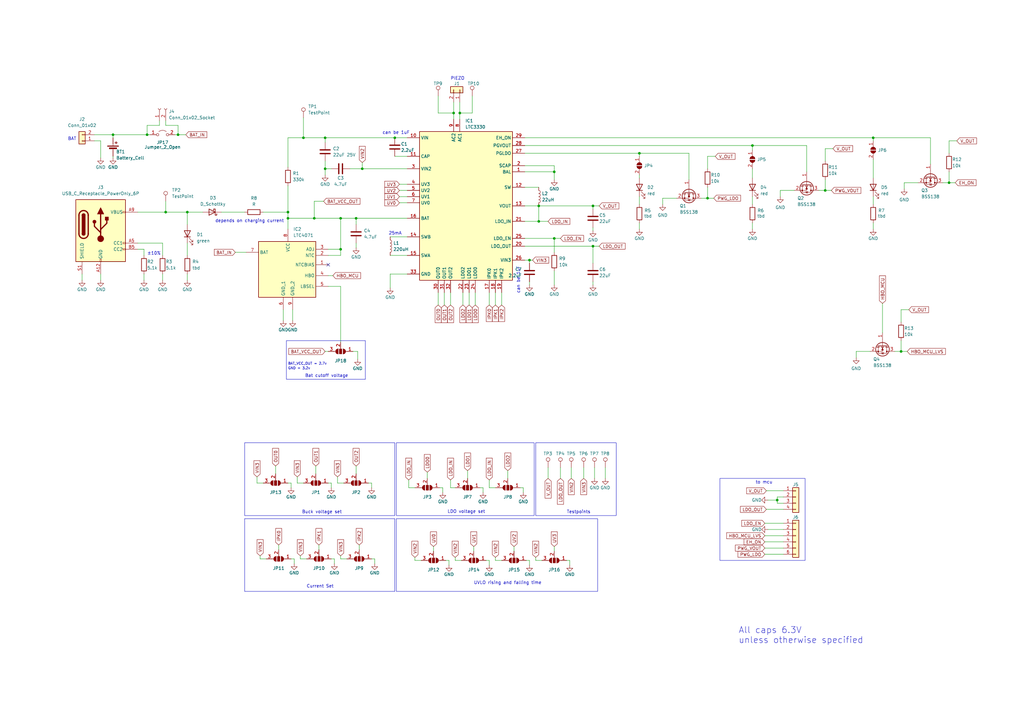
<source format=kicad_sch>
(kicad_sch (version 20230121) (generator eeschema)
  (paper "A3")
  (junction (at 46.355 55.245))
  (junction (at 148.59 69.215))
  (junction (at 389.255 74.93))
  (junction (at 139.7 89.535))
  (junction (at 308.61 59.69))
  (junction (at 358.14 56.515))
  (junction (at 128.905 89.535))
  (junction (at 227.33 97.79))
  (junction (at 73.025 55.245))
  (junction (at 118.11 86.995))
  (junction (at 118.11 89.535))
  (junction (at 262.255 62.865))
  (junction (at 133.35 69.215))
  (junction (at 60.325 55.245))
  (junction (at 243.205 84.455))
  (junction (at 318.77 205.105))
  (junction (at 220.98 90.805))
  (junction (at 243.205 100.965))
  (junction (at 67.945 86.995))
  (junction (at 369.57 144.145))
  (junction (at 290.195 81.28))
  (junction (at 139.7 102.235))
  (junction (at 220.98 84.455))
  (junction (at 133.35 56.515))
  (junction (at 188.595 46.355))
  (junction (at 161.925 56.515))
  (junction (at 338.455 78.105))
  (junction (at 186.055 46.355))
  (junction (at 76.835 86.995))
  (junction (at 217.17 106.68))
  (junction (at 146.05 89.535))
  (junction (at 227.33 70.485))
  (junction (at 124.46 56.515))
  (no_connect (at 134.62 108.585))
  (wire (pts (xy 109.22 229.235) (xy 106.68 229.235)))
  (wire (pts (xy 151.13 198.12) (xy 152.4 198.12)))
  (wire (pts (xy 179.705 39.37) (xy 179.705 46.355)))
  (wire (pts (xy 96.52 103.505) (xy 100.965 103.505)))
  (wire (pts (xy 314.325 201.295) (xy 321.31 201.295)))
  (wire (pts (xy 123.19 227.965) (xy 123.19 229.235)))
  (wire (pts (xy 46.355 55.245) (xy 60.325 55.245)))
  (wire (pts (xy 76.835 86.995) (xy 83.185 86.995)))
  (wire (pts (xy 262.255 91.44) (xy 262.255 93.98)))
  (wire (pts (xy 172.72 229.87) (xy 170.18 229.87)))
  (wire (pts (xy 215.265 62.865) (xy 262.255 62.865)))
  (wire (pts (xy 358.14 91.44) (xy 358.14 93.98)))
  (wire (pts (xy 179.705 46.355) (xy 186.055 46.355)))
  (wire (pts (xy 381.635 56.515) (xy 381.635 67.31)))
  (wire (pts (xy 248.285 191.77) (xy 248.285 196.215)))
  (wire (pts (xy 186.055 46.355) (xy 186.055 48.895)))
  (wire (pts (xy 167.64 196.85) (xy 167.64 200.025)))
  (wire (pts (xy 215.265 90.805) (xy 220.98 90.805)))
  (wire (pts (xy 179.705 125.095) (xy 179.705 120.015)))
  (wire (pts (xy 146.05 92.075) (xy 146.05 89.535)))
  (wire (pts (xy 335.915 78.105) (xy 338.455 78.105)))
  (wire (pts (xy 137.16 229.235) (xy 137.16 231.14)))
  (wire (pts (xy 287.655 81.28) (xy 290.195 81.28)))
  (wire (pts (xy 59.055 102.235) (xy 59.055 104.775)))
  (wire (pts (xy 239.395 191.77) (xy 239.395 196.215)))
  (wire (pts (xy 134.62 104.775) (xy 139.7 104.775)))
  (wire (pts (xy 191.77 193.04) (xy 191.77 196.215)))
  (wire (pts (xy 76.2 55.245) (xy 73.025 55.245)))
  (wire (pts (xy 290.195 81.28) (xy 290.195 76.835)))
  (wire (pts (xy 144.78 144.145) (xy 146.685 144.145)))
  (wire (pts (xy 210.82 224.155) (xy 210.82 226.06)))
  (wire (pts (xy 66.675 112.395) (xy 66.675 114.935)))
  (wire (pts (xy 227.33 67.945) (xy 215.265 67.945)))
  (wire (pts (xy 229.87 97.79) (xy 227.33 97.79)))
  (wire (pts (xy 60.325 55.245) (xy 61.595 55.245)))
  (wire (pts (xy 314.96 217.17) (xy 321.31 217.17)))
  (wire (pts (xy 213.36 200.025) (xy 214.63 200.025)))
  (wire (pts (xy 243.205 116.84) (xy 243.205 115.57)))
  (wire (pts (xy 119.38 198.12) (xy 119.38 200.025)))
  (wire (pts (xy 290.195 64.135) (xy 290.195 69.215)))
  (wire (pts (xy 128.905 89.535) (xy 139.7 89.535)))
  (wire (pts (xy 129.54 191.135) (xy 129.54 194.31)))
  (wire (pts (xy 133.35 58.42) (xy 133.35 56.515)))
  (wire (pts (xy 186.69 228.6) (xy 186.69 229.87)))
  (wire (pts (xy 188.595 46.355) (xy 188.595 48.895)))
  (wire (pts (xy 214.63 200.025) (xy 214.63 201.93)))
  (wire (pts (xy 369.57 144.145) (xy 372.11 144.145)))
  (wire (pts (xy 107.95 86.995) (xy 118.11 86.995)))
  (wire (pts (xy 133.35 69.215) (xy 135.89 69.215)))
  (wire (pts (xy 217.17 106.68) (xy 215.265 106.68)))
  (wire (pts (xy 118.11 56.515) (xy 124.46 56.515)))
  (wire (pts (xy 38.735 55.245) (xy 46.355 55.245)))
  (wire (pts (xy 175.26 193.675) (xy 175.26 196.215)))
  (wire (pts (xy 116.205 127) (xy 116.205 131.445)))
  (wire (pts (xy 67.945 82.55) (xy 67.945 86.995)))
  (wire (pts (xy 170.18 228.6) (xy 170.18 229.87)))
  (wire (pts (xy 193.675 39.37) (xy 193.675 46.355)))
  (wire (pts (xy 330.835 59.69) (xy 330.835 70.485)))
  (wire (pts (xy 186.69 200.025) (xy 184.785 200.025)))
  (wire (pts (xy 224.79 191.77) (xy 224.79 196.215)))
  (wire (pts (xy 370.84 74.93) (xy 376.555 74.93)))
  (wire (pts (xy 389.255 74.93) (xy 391.795 74.93)))
  (wire (pts (xy 125.73 229.235) (xy 123.19 229.235)))
  (wire (pts (xy 138.43 195.58) (xy 138.43 198.12)))
  (wire (pts (xy 271.78 81.28) (xy 277.495 81.28)))
  (wire (pts (xy 139.7 89.535) (xy 146.05 89.535)))
  (wire (pts (xy 41.275 57.785) (xy 41.275 64.77)))
  (wire (pts (xy 234.315 191.77) (xy 234.315 196.215)))
  (wire (pts (xy 341.63 60.96) (xy 338.455 60.96)))
  (wire (pts (xy 118.11 76.2) (xy 118.11 86.995)))
  (wire (pts (xy 124.46 56.515) (xy 133.35 56.515)))
  (wire (pts (xy 135.89 229.235) (xy 137.16 229.235)))
  (wire (pts (xy 208.28 193.04) (xy 208.28 196.215)))
  (wire (pts (xy 153.67 229.235) (xy 153.67 231.14)))
  (wire (pts (xy 389.255 74.93) (xy 389.255 70.485)))
  (wire (pts (xy 232.41 229.87) (xy 233.68 229.87)))
  (wire (pts (xy 358.14 56.515) (xy 358.14 57.785)))
  (wire (pts (xy 367.03 144.145) (xy 369.57 144.145)))
  (wire (pts (xy 198.12 200.025) (xy 198.12 201.93)))
  (wire (pts (xy 46.355 56.515) (xy 46.355 55.245)))
  (wire (pts (xy 313.69 227.33) (xy 321.31 227.33)))
  (wire (pts (xy 113.03 191.135) (xy 113.03 194.31)))
  (wire (pts (xy 318.77 205.105) (xy 318.77 206.375)))
  (wire (pts (xy 282.575 62.865) (xy 282.575 73.66)))
  (wire (pts (xy 243.84 191.77) (xy 243.84 196.215)))
  (wire (pts (xy 181.61 200.025) (xy 181.61 201.93)))
  (wire (pts (xy 308.61 61.595) (xy 308.61 59.69)))
  (wire (pts (xy 139.7 89.535) (xy 139.7 102.235)))
  (wire (pts (xy 118.11 89.535) (xy 128.905 89.535)))
  (wire (pts (xy 118.11 86.995) (xy 118.11 89.535)))
  (wire (pts (xy 262.255 62.865) (xy 282.575 62.865)))
  (wire (pts (xy 184.785 196.85) (xy 184.785 200.025)))
  (wire (pts (xy 160.02 112.395) (xy 160.02 118.11)))
  (wire (pts (xy 67.945 51.435) (xy 73.025 51.435)))
  (wire (pts (xy 313.69 214.63) (xy 321.31 214.63)))
  (wire (pts (xy 120.015 131.445) (xy 120.015 127)))
  (wire (pts (xy 160.02 104.775) (xy 167.005 104.775)))
  (wire (pts (xy 76.835 99.695) (xy 76.835 104.775)))
  (wire (pts (xy 139.7 227.965) (xy 139.7 229.235)))
  (wire (pts (xy 338.455 78.105) (xy 340.995 78.105)))
  (wire (pts (xy 262.255 80.645) (xy 262.255 83.82)))
  (wire (pts (xy 67.945 86.995) (xy 76.835 86.995)))
  (wire (pts (xy 133.35 144.145) (xy 134.62 144.145)))
  (wire (pts (xy 243.205 84.455) (xy 243.205 85.725)))
  (wire (pts (xy 200.66 120.015) (xy 200.66 125.095)))
  (wire (pts (xy 146.685 144.145) (xy 146.685 147.32)))
  (wire (pts (xy 227.33 97.79) (xy 227.33 103.505)))
  (wire (pts (xy 318.77 203.835) (xy 318.77 205.105)))
  (wire (pts (xy 76.835 112.395) (xy 76.835 114.935)))
  (wire (pts (xy 133.35 56.515) (xy 161.925 56.515)))
  (wire (pts (xy 194.31 224.155) (xy 194.31 226.06)))
  (wire (pts (xy 139.7 104.775) (xy 139.7 102.235)))
  (wire (pts (xy 233.68 229.87) (xy 233.68 231.775)))
  (wire (pts (xy 215.265 56.515) (xy 358.14 56.515)))
  (wire (pts (xy 133.35 69.215) (xy 133.35 71.755)))
  (wire (pts (xy 218.44 106.68) (xy 217.17 106.68)))
  (wire (pts (xy 200.66 196.85) (xy 200.66 200.025)))
  (wire (pts (xy 161.925 56.515) (xy 167.005 56.515)))
  (wire (pts (xy 163.83 75.565) (xy 167.005 75.565)))
  (wire (pts (xy 136.525 113.03) (xy 134.62 113.03)))
  (wire (pts (xy 321.31 203.835) (xy 318.77 203.835)))
  (wire (pts (xy 351.155 144.145) (xy 351.155 146.685)))
  (wire (pts (xy 133.35 66.04) (xy 133.35 69.215)))
  (wire (pts (xy 313.69 222.25) (xy 321.31 222.25)))
  (wire (pts (xy 222.25 229.87) (xy 219.71 229.87)))
  (wire (pts (xy 308.61 69.215) (xy 308.61 73.025)))
  (wire (pts (xy 132.715 82.55) (xy 128.905 82.55)))
  (wire (pts (xy 180.34 200.025) (xy 181.61 200.025)))
  (wire (pts (xy 33.655 112.395) (xy 33.655 114.935)))
  (wire (pts (xy 215.265 59.69) (xy 308.61 59.69)))
  (wire (pts (xy 146.05 191.135) (xy 146.05 194.31)))
  (wire (pts (xy 189.23 229.87) (xy 186.69 229.87)))
  (wire (pts (xy 386.715 74.93) (xy 389.255 74.93)))
  (wire (pts (xy 358.14 56.515) (xy 381.635 56.515)))
  (wire (pts (xy 314.325 208.915) (xy 321.31 208.915)))
  (wire (pts (xy 76.835 86.995) (xy 76.835 92.075)))
  (wire (pts (xy 318.77 206.375) (xy 321.31 206.375)))
  (wire (pts (xy 351.155 144.145) (xy 356.87 144.145)))
  (wire (pts (xy 65.405 51.435) (xy 60.325 51.435)))
  (wire (pts (xy 163.83 78.105) (xy 167.005 78.105)))
  (wire (pts (xy 217.17 229.87) (xy 217.17 231.775)))
  (wire (pts (xy 243.205 84.455) (xy 245.745 84.455)))
  (wire (pts (xy 243.205 100.965) (xy 245.745 100.965)))
  (wire (pts (xy 313.69 219.71) (xy 321.31 219.71)))
  (wire (pts (xy 369.57 127) (xy 369.57 132.08)))
  (wire (pts (xy 320.04 78.105) (xy 320.04 80.645)))
  (wire (pts (xy 262.255 62.865) (xy 262.255 64.135)))
  (wire (pts (xy 56.515 86.995) (xy 67.945 86.995)))
  (wire (pts (xy 227.33 67.945) (xy 227.33 70.485)))
  (wire (pts (xy 358.14 65.405) (xy 358.14 73.025)))
  (wire (pts (xy 217.17 106.68) (xy 217.17 107.95)))
  (wire (pts (xy 203.2 120.015) (xy 203.2 125.095)))
  (wire (pts (xy 229.87 191.77) (xy 229.87 196.215)))
  (wire (pts (xy 227.33 97.79) (xy 215.265 97.79)))
  (wire (pts (xy 369.57 127) (xy 372.745 127)))
  (wire (pts (xy 140.97 198.12) (xy 138.43 198.12)))
  (wire (pts (xy 135.89 198.12) (xy 135.89 200.025)))
  (wire (pts (xy 119.38 229.235) (xy 120.65 229.235)))
  (wire (pts (xy 142.24 229.235) (xy 139.7 229.235)))
  (wire (pts (xy 38.735 57.785) (xy 41.275 57.785)))
  (wire (pts (xy 199.39 229.87) (xy 200.66 229.87)))
  (wire (pts (xy 314.96 205.105) (xy 318.77 205.105)))
  (wire (pts (xy 227.33 111.125) (xy 227.33 116.84)))
  (wire (pts (xy 167.005 112.395) (xy 160.02 112.395)))
  (wire (pts (xy 152.4 229.235) (xy 153.67 229.235)))
  (wire (pts (xy 262.255 71.755) (xy 262.255 73.025)))
  (wire (pts (xy 59.055 112.395) (xy 59.055 114.935)))
  (wire (pts (xy 143.51 69.215) (xy 148.59 69.215)))
  (wire (pts (xy 205.74 120.015) (xy 205.74 125.095)))
  (wire (pts (xy 227.33 224.155) (xy 227.33 226.06)))
  (wire (pts (xy 152.4 198.12) (xy 152.4 200.025)))
  (wire (pts (xy 66.675 99.695) (xy 66.675 104.775)))
  (wire (pts (xy 196.85 200.025) (xy 198.12 200.025)))
  (wire (pts (xy 215.265 100.965) (xy 243.205 100.965)))
  (wire (pts (xy 370.84 74.93) (xy 370.84 77.47)))
  (wire (pts (xy 56.515 102.235) (xy 59.055 102.235)))
  (wire (pts (xy 320.04 78.105) (xy 325.755 78.105)))
  (wire (pts (xy 71.755 55.245) (xy 73.025 55.245)))
  (wire (pts (xy 293.37 64.135) (xy 290.195 64.135)))
  (wire (pts (xy 130.81 223.52) (xy 130.81 225.425)))
  (wire (pts (xy 290.195 81.28) (xy 292.735 81.28)))
  (wire (pts (xy 65.405 49.53) (xy 65.405 51.435)))
  (wire (pts (xy 392.43 57.785) (xy 389.255 57.785)))
  (wire (pts (xy 227.33 70.485) (xy 227.33 73.66)))
  (wire (pts (xy 177.8 224.155) (xy 177.8 226.06)))
  (wire (pts (xy 220.98 90.805) (xy 224.79 90.805)))
  (wire (pts (xy 118.11 198.12) (xy 119.38 198.12)))
  (wire (pts (xy 219.71 228.6) (xy 219.71 229.87)))
  (wire (pts (xy 120.65 229.235) (xy 120.65 231.14)))
  (wire (pts (xy 121.92 195.58) (xy 121.92 198.12)))
  (wire (pts (xy 128.905 82.55) (xy 128.905 89.535)))
  (wire (pts (xy 200.66 229.87) (xy 200.66 231.775)))
  (wire (pts (xy 189.865 125.095) (xy 189.865 120.015)))
  (wire (pts (xy 338.455 78.105) (xy 338.455 73.66)))
  (wire (pts (xy 243.205 93.345) (xy 243.205 94.615)))
  (wire (pts (xy 389.255 57.785) (xy 389.255 62.865)))
  (wire (pts (xy 124.46 198.12) (xy 121.92 198.12)))
  (wire (pts (xy 139.7 117.475) (xy 139.7 140.335)))
  (wire (pts (xy 308.61 80.645) (xy 308.61 83.82)))
  (wire (pts (xy 161.925 64.135) (xy 167.005 64.135)))
  (wire (pts (xy 118.11 68.58) (xy 118.11 56.515)))
  (wire (pts (xy 220.98 84.455) (xy 215.265 84.455)))
  (wire (pts (xy 215.265 70.485) (xy 227.33 70.485)))
  (wire (pts (xy 193.675 46.355) (xy 188.595 46.355)))
  (wire (pts (xy 105.41 195.58) (xy 105.41 198.12)))
  (wire (pts (xy 124.46 48.26) (xy 124.46 56.515)))
  (wire (pts (xy 203.2 228.6) (xy 203.2 229.87)))
  (wire (pts (xy 160.02 97.155) (xy 167.005 97.155)))
  (wire (pts (xy 203.2 200.025) (xy 200.66 200.025)))
  (wire (pts (xy 217.17 115.57) (xy 217.17 116.84)))
  (wire (pts (xy 215.9 229.87) (xy 217.17 229.87)))
  (wire (pts (xy 369.57 144.145) (xy 369.57 139.7)))
  (wire (pts (xy 192.405 125.095) (xy 192.405 120.015)))
  (wire (pts (xy 56.515 99.695) (xy 66.675 99.695)))
  (wire (pts (xy 188.595 41.91) (xy 188.595 46.355)))
  (wire (pts (xy 41.275 112.395) (xy 41.275 114.935)))
  (wire (pts (xy 146.05 99.695) (xy 146.05 101.6)))
  (wire (pts (xy 148.59 69.215) (xy 167.005 69.215)))
  (wire (pts (xy 107.95 198.12) (xy 105.41 198.12)))
  (wire (pts (xy 170.18 200.025) (xy 167.64 200.025)))
  (wire (pts (xy 118.11 89.535) (xy 118.11 93.98)))
  (wire (pts (xy 313.69 224.79) (xy 321.31 224.79)))
  (wire (pts (xy 182.245 120.015) (xy 182.245 125.095)))
  (wire (pts (xy 139.7 117.475) (xy 134.62 117.475)))
  (wire (pts (xy 146.05 89.535) (xy 167.005 89.535)))
  (wire (pts (xy 220.98 84.455) (xy 243.205 84.455)))
  (wire (pts (xy 338.455 60.96) (xy 338.455 66.04)))
  (wire (pts (xy 134.62 198.12) (xy 135.89 198.12)))
  (wire (pts (xy 90.805 86.995) (xy 100.33 86.995)))
  (wire (pts (xy 148.59 66.675) (xy 148.59 69.215)))
  (wire (pts (xy 243.205 107.95) (xy 243.205 100.965)))
  (wire (pts (xy 46.355 64.135) (xy 46.355 64.77)))
  (wire (pts (xy 186.055 41.91) (xy 186.055 46.355)))
  (wire (pts (xy 67.945 49.53) (xy 67.945 51.435)))
  (wire (pts (xy 147.32 223.52) (xy 147.32 225.425)))
  (wire (pts (xy 163.83 80.645) (xy 167.005 80.645)))
  (wire (pts (xy 220.98 84.455) (xy 220.98 90.805)))
  (wire (pts (xy 73.025 51.435) (xy 73.025 55.245)))
  (wire (pts (xy 184.15 229.87) (xy 184.15 231.775)))
  (wire (pts (xy 271.78 81.28) (xy 271.78 83.82)))
  (wire (pts (xy 220.98 76.835) (xy 215.265 76.835)))
  (wire (pts (xy 114.3 223.52) (xy 114.3 225.425)))
  (wire (pts (xy 184.785 120.015) (xy 184.785 125.095)))
  (wire (pts (xy 134.62 102.235) (xy 139.7 102.235)))
  (wire (pts (xy 182.88 229.87) (xy 184.15 229.87)))
  (wire (pts (xy 358.14 80.645) (xy 358.14 83.82)))
  (wire (pts (xy 163.83 83.185) (xy 167.005 83.185)))
  (wire (pts (xy 194.945 125.095) (xy 194.945 120.015)))
  (wire (pts (xy 308.61 59.69) (xy 330.835 59.69)))
  (wire (pts (xy 60.325 51.435) (xy 60.325 55.245)))
  (wire (pts (xy 308.61 91.44) (xy 308.61 93.98)))
  (wire (pts (xy 361.95 124.46) (xy 361.95 136.525)))
  (wire (pts (xy 205.74 229.87) (xy 203.2 229.87)))
  (wire (pts (xy 106.68 227.965) (xy 106.68 229.235)))
  (rectangle (start 117.475 139.7) (end 149.86 155.575))
  (rectangle (start 100.33 181.61) (end 161.925 211.455))
  (rectangle (start 100.33 212.725) (end 161.925 242.57))
  (rectangle (start 162.56 212.725) (end 245.11 242.57))
  (rectangle (start 295.275 196.215) (end 330.2 229.87))
  (rectangle (start 162.56 181.61) (end 219.075 211.455))
  (rectangle (start 219.71 181.61) (end 252.73 211.455))
  (text "All caps 6.3V\nunless otherwise specified\n" (at 302.895 264.16 0) (effects (font (size 2.54 2.54)) (justify left bottom)))
  (text "±10%" (at 60.325 104.775 0) (effects (font (size 1.27 1.27)) (justify left bottom)))
  (text "LDO voltage set\n\n" (at 183.515 212.725 0) (effects (font (size 1.27 1.27)) (justify left bottom)))
  (text "Bat cutoff voltage\n" (at 125.095 154.94 0) (effects (font (size 1.27 1.27)) (justify left bottom)))
  (text "25mA\n" (at 159.385 96.52 0) (effects (font (size 1.27 1.27)) (justify left bottom)))
  (text "Buck voltage set\n" (at 123.825 210.82 0) (effects (font (size 1.27 1.27)) (justify left bottom)))
  (text "BAT" (at 27.813 57.785 0) (effects (font (size 1.27 1.27)) (justify left bottom)))
  (text "depends on charging current\n" (at 88.265 91.44 0) (effects (font (size 1.27 1.27)) (justify left bottom)))
  (text "GND = 3.2v" (at 118.11 151.765 0) (effects (font (size 1 1)) (justify left bottom)))
  (text "BAT_VCC_OUT = 2.7v\n" (at 118.11 149.86 0) (effects (font (size 1 1)) (justify left bottom)))
  (text "can be 1uF\n" (at 213.36 109.22 90) (effects (font (size 1.27 1.27)) (justify right bottom)))
  (text "to mcu\n\n" (at 309.88 200.66 0) (effects (font (size 1.27 1.27)) (justify left bottom)))
  (text "can be 1uF\n" (at 156.845 55.245 0) (effects (font (size 1.27 1.27)) (justify left bottom)))
  (text "Current Set\n" (at 125.73 241.3 0) (effects (font (size 1.27 1.27)) (justify left bottom)))
  (text "Testpoints\n" (at 232.41 210.82 0) (effects (font (size 1.27 1.27)) (justify left bottom)))
  (text "PIEZO\n" (at 184.785 33.02 0) (effects (font (size 1.27 1.27)) (justify left bottom)))
  (text "UVLO rising and falling time\n\n" (at 194.31 241.935 0) (effects (font (size 1.27 1.27)) (justify left bottom)))
  (global_label "LDO_IN" (shape input) (at 184.785 196.85 90) (property "Intersheetrefs" "${INTERSHEET_REFS}" (effects hide)))
  (global_label "VIN2" (shape input) (at 170.18 228.6 90) (property "Intersheetrefs" "${INTERSHEET_REFS}" (effects hide)))
  (global_label "HBO_MCU_LVS" (shape input) (at 372.11 144.145 0) (property "Intersheetrefs" "${INTERSHEET_REFS}" (effects hide)))
  (global_label "IPK0" (shape input) (at 114.3 223.52 90) (property "Intersheetrefs" "${INTERSHEET_REFS}" (effects hide)))
  (global_label "VIN2" (shape input) (at 148.59 66.675 90) (property "Intersheetrefs" "${INTERSHEET_REFS}" (effects hide)))
  (global_label "PWG_LDO" (shape input) (at 313.69 227.33 180) (property "Intersheetrefs" "${INTERSHEET_REFS}" (effects hide)))
  (global_label "VIN2" (shape input) (at 186.69 228.6 90) (property "Intersheetrefs" "${INTERSHEET_REFS}" (effects hide)))
  (global_label "UV2" (shape input) (at 163.83 78.105 180) (property "Intersheetrefs" "${INTERSHEET_REFS}" (effects hide)))
  (global_label "OUT2" (shape input) (at 146.05 191.135 90) (property "Intersheetrefs" "${INTERSHEET_REFS}" (effects hide)))
  (global_label "UV3" (shape input) (at 227.33 224.155 90) (property "Intersheetrefs" "${INTERSHEET_REFS}" (effects hide)))
  (global_label "VIN2" (shape input) (at 234.315 196.215 270) (property "Intersheetrefs" "${INTERSHEET_REFS}" (effects hide)))
  (global_label "BAT_VCC_OUT" (shape input) (at 132.715 82.55 0) (property "Intersheetrefs" "${INTERSHEET_REFS}" (effects hide)))
  (global_label "VIN3" (shape input) (at 239.395 196.215 270) (property "Intersheetrefs" "${INTERSHEET_REFS}" (effects hide)))
  (global_label "LDO0" (shape input) (at 194.945 125.095 270) (property "Intersheetrefs" "${INTERSHEET_REFS}" (effects hide)))
  (global_label "LDO_OUT" (shape input) (at 229.87 196.215 270) (property "Intersheetrefs" "${INTERSHEET_REFS}" (effects hide)))
  (global_label "UV0" (shape input) (at 163.83 83.185 180) (property "Intersheetrefs" "${INTERSHEET_REFS}" (effects hide)))
  (global_label "V_OUT" (shape input) (at 372.745 127 0) (property "Intersheetrefs" "${INTERSHEET_REFS}" (effects hide)))
  (global_label "UV3" (shape input) (at 163.83 75.565 180) (property "Intersheetrefs" "${INTERSHEET_REFS}" (effects hide)))
  (global_label "BAT_IN" (shape input) (at 96.52 103.505 180) (property "Intersheetrefs" "${INTERSHEET_REFS}" (effects hide)))
  (global_label "EH_ON" (shape input) (at 391.795 74.93 0) (property "Intersheetrefs" "${INTERSHEET_REFS}" (effects hide)))
  (global_label "VIN3" (shape input) (at 218.44 106.68 0) (property "Intersheetrefs" "${INTERSHEET_REFS}" (effects hide)))
  (global_label "VIN3" (shape input) (at 106.68 227.965 90) (property "Intersheetrefs" "${INTERSHEET_REFS}" (effects hide)))
  (global_label "IPK0" (shape input) (at 200.66 125.095 270) (property "Intersheetrefs" "${INTERSHEET_REFS}" (effects hide)))
  (global_label "LDO2" (shape input) (at 189.865 125.095 270) (property "Intersheetrefs" "${INTERSHEET_REFS}" (effects hide)))
  (global_label "LDO1" (shape input) (at 191.77 193.04 90) (property "Intersheetrefs" "${INTERSHEET_REFS}" (effects hide)))
  (global_label "V_OUT" (shape input) (at 392.43 57.785 0) (property "Intersheetrefs" "${INTERSHEET_REFS}" (effects hide)))
  (global_label "VIN3" (shape input) (at 139.7 227.965 90) (property "Intersheetrefs" "${INTERSHEET_REFS}" (effects hide)))
  (global_label "LDO_IN" (shape input) (at 200.66 196.85 90) (property "Intersheetrefs" "${INTERSHEET_REFS}" (effects hide)))
  (global_label "LDO_IN" (shape input) (at 224.79 90.805 0) (property "Intersheetrefs" "${INTERSHEET_REFS}" (effects hide)))
  (global_label "PWG_VOUT" (shape input) (at 340.995 78.105 0) (property "Intersheetrefs" "${INTERSHEET_REFS}" (effects hide)))
  (global_label "LDO_OUT" (shape input) (at 314.325 208.915 180) (property "Intersheetrefs" "${INTERSHEET_REFS}" (effects hide)))
  (global_label "EH_ON" (shape input) (at 313.69 222.25 180) (property "Intersheetrefs" "${INTERSHEET_REFS}" (effects hide)))
  (global_label "IPK1" (shape input) (at 203.2 125.095 270) (property "Intersheetrefs" "${INTERSHEET_REFS}" (effects hide)))
  (global_label "V_OUT" (shape input) (at 314.325 201.295 180) (property "Intersheetrefs" "${INTERSHEET_REFS}" (effects hide)))
  (global_label "UV2" (shape input) (at 210.82 224.155 90) (property "Intersheetrefs" "${INTERSHEET_REFS}" (effects hide)))
  (global_label "PWG_LDO" (shape input) (at 292.735 81.28 0) (property "Intersheetrefs" "${INTERSHEET_REFS}" (effects hide)))
  (global_label "OUT1" (shape input) (at 182.245 125.095 270) (property "Intersheetrefs" "${INTERSHEET_REFS}" (effects hide)))
  (global_label "VIN3" (shape input) (at 105.41 195.58 90) (property "Intersheetrefs" "${INTERSHEET_REFS}" (effects hide)))
  (global_label "BAT_VCC_OUT" (shape input) (at 133.35 144.145 180) (property "Intersheetrefs" "${INTERSHEET_REFS}" (effects hide)))
  (global_label "VIN3" (shape input) (at 121.92 195.58 90) (property "Intersheetrefs" "${INTERSHEET_REFS}" (effects hide)))
  (global_label "LDO_EN" (shape input) (at 313.69 214.63 180) (property "Intersheetrefs" "${INTERSHEET_REFS}" (effects hide)))
  (global_label "UV0" (shape input) (at 177.8 224.155 90) (property "Intersheetrefs" "${INTERSHEET_REFS}" (effects hide)))
  (global_label "LDO_OUT" (shape input) (at 245.745 100.965 0) (property "Intersheetrefs" "${INTERSHEET_REFS}" (effects hide)))
  (global_label "IPK2" (shape input) (at 147.32 223.52 90) (property "Intersheetrefs" "${INTERSHEET_REFS}" (effects hide)))
  (global_label "LDO0" (shape input) (at 175.26 193.675 90) (property "Intersheetrefs" "${INTERSHEET_REFS}" (effects hide)))
  (global_label "LDO_EN" (shape input) (at 229.87 97.79 0) (property "Intersheetrefs" "${INTERSHEET_REFS}" (effects hide)))
  (global_label "V_OUT" (shape input) (at 245.745 84.455 0) (property "Intersheetrefs" "${INTERSHEET_REFS}" (effects hide)))
  (global_label "VIN3" (shape input) (at 138.43 195.58 90) (property "Intersheetrefs" "${INTERSHEET_REFS}" (effects hide)))
  (global_label "HBO_MCU" (shape input) (at 136.525 113.03 0) (property "Intersheetrefs" "${INTERSHEET_REFS}" (effects hide)))
  (global_label "LDO1" (shape input) (at 192.405 125.095 270) (property "Intersheetrefs" "${INTERSHEET_REFS}" (effects hide)))
  (global_label "OUT1" (shape input) (at 129.54 191.135 90) (property "Intersheetrefs" "${INTERSHEET_REFS}" (effects hide)))
  (global_label "OUT0" (shape input) (at 113.03 191.135 90) (property "Intersheetrefs" "${INTERSHEET_REFS}" (effects hide)))
  (global_label "IPK1" (shape input) (at 130.81 223.52 90) (property "Intersheetrefs" "${INTERSHEET_REFS}" (effects hide)))
  (global_label "LDO2" (shape input) (at 208.28 193.04 90) (property "Intersheetrefs" "${INTERSHEET_REFS}" (effects hide)))
  (global_label "HBO_MCU_LVS" (shape input) (at 313.69 219.71 180) (property "Intersheetrefs" "${INTERSHEET_REFS}" (effects hide)))
  (global_label "V_OUT" (shape input) (at 341.63 60.96 0) (property "Intersheetrefs" "${INTERSHEET_REFS}" (effects hide)))
  (global_label "VIN3" (shape input) (at 123.19 227.965 90) (property "Intersheetrefs" "${INTERSHEET_REFS}" (effects hide)))
  (global_label "OUT2" (shape input) (at 184.785 125.095 270) (property "Intersheetrefs" "${INTERSHEET_REFS}" (effects hide)))
  (global_label "HBO_MCU" (shape input) (at 361.95 124.46 90) (property "Intersheetrefs" "${INTERSHEET_REFS}" (effects hide)))
  (global_label "BAT_IN" (shape input) (at 76.2 55.245 0) (property "Intersheetrefs" "${INTERSHEET_REFS}" (effects hide)))
  (global_label "V_OUT" (shape input) (at 224.79 196.215 270) (property "Intersheetrefs" "${INTERSHEET_REFS}" (effects hide)))
  (global_label "IPK2" (shape input) (at 205.74 125.095 270) (property "Intersheetrefs" "${INTERSHEET_REFS}" (effects hide)))
  (global_label "UV1" (shape input) (at 163.83 80.645 180) (property "Intersheetrefs" "${INTERSHEET_REFS}" (effects hide)))
  (global_label "PWG_VOUT" (shape input) (at 313.69 224.79 180) (property "Intersheetrefs" "${INTERSHEET_REFS}" (effects hide)))
  (global_label "V_OUT" (shape input) (at 293.37 64.135 0) (property "Intersheetrefs" "${INTERSHEET_REFS}" (effects hide)))
  (global_label "OUT0" (shape input) (at 179.705 125.095 270) (property "Intersheetrefs" "${INTERSHEET_REFS}" (effects hide)))
  (global_label "VIN2" (shape input) (at 203.2 228.6 90) (property "Intersheetrefs" "${INTERSHEET_REFS}" (effects hide)))
  (global_label "UV1" (shape input) (at 194.31 224.155 90) (property "Intersheetrefs" "${INTERSHEET_REFS}" (effects hide)))
  (global_label "LDO_IN" (shape input) (at 167.64 196.85 90) (property "Intersheetrefs" "${INTERSHEET_REFS}" (effects hide)))
  (global_label "VIN2" (shape input) (at 219.71 228.6 90) (property "Intersheetrefs" "${INTERSHEET_REFS}" (effects hide)))
  (symbol (lib_id "Jumper:SolderJumper_3_Open") (at 177.8 229.87 180) (unit 1)
    (property "Reference" "JP12" (at 177.8 233.68 0))
    (property "Value" "SolderJumper_3_Open" (effects hide))
    (property "Footprint" "Jumper:SolderJumper-3_P1.3mm_Open_RoundedPad1.0x1.5mm" (effects hide))
  )
  (symbol (lib_id "Connector:TestPoint") (at 193.675 39.37 0) (unit 1)
    (property "Reference" "TP10" (at 191.77 34.29 0) (effects (justify left)))
    (property "Value" "TestPoint" (effects hide))
    (property "Footprint" "testpoint_519x:Testpoint_519xTR" (effects hide))
  )
  (symbol (lib_id "power:GND") (at 314.96 205.105 270) (unit 1)
    (property "Reference" "#PWR029" (effects hide))
    (property "Value" "GND" (at 312.42 205.105 90) (effects (justify right)))
  )
  (symbol (lib_id "power:GND") (at 146.685 147.32 0) (unit 1)
    (property "Reference" "#PWR07" (effects hide))
    (property "Value" "GND" (at 146.685 151.13 0))
  )
  (symbol (lib_id "Device:C") (at 243.205 89.535 0) (unit 1)
    (property "Reference" "C5" (at 245.745 88.265 0) (effects (justify left)))
    (property "Value" "22uF" (at 245.745 90.805 0) (effects (justify left)))
    (property "Footprint" "Capacitor_SMD:C_0805_2012Metric_Pad1.18x1.45mm_HandSolder" (effects hide))
  )
  (symbol (lib_id "power:GND") (at 227.33 116.84 0) (unit 1)
    (property "Reference" "#PWR031" (effects hide))
    (property "Value" "GND" (at 227.33 120.65 0))
  )
  (symbol (lib_id "Device:C") (at 161.925 60.325 0) (unit 1)
    (property "Reference" "C1" (at 164.465 59.055 0) (effects (justify left)))
    (property "Value" "2.2uF" (at 164.465 61.595 0) (effects (justify left)))
    (property "Footprint" "Capacitor_SMD:C_0805_2012Metric_Pad1.18x1.45mm_HandSolder" (effects hide))
  )
  (symbol (lib_id "Connector:USB_C_Receptacle_PowerOnly_6P") (at 41.275 94.615 0) (unit 1)
    (property "Reference" "J3" (at 41.275 76.835 0))
    (property "Value" "USB_C_Receptacle_PowerOnly_6P" (at 41.275 79.375 0))
    (property "Footprint" "battery_clip:USB4125-GF-A-0190" (effects hide))
    (property "Datasheet" "https://www.usb.org/sites/default/files/documents/usb_type-c.zip" (effects hide))
  )
  (symbol (lib_id "power:GND") (at 233.68 231.775 0) (unit 1)
    (property "Reference" "#PWR024" (effects hide))
    (property "Value" "GND" (at 233.68 235.585 0))
  )
  (symbol (lib_id "power:GND") (at 135.89 200.025 0) (unit 1)
    (property "Reference" "#PWR023" (effects hide))
    (property "Value" "GND" (at 135.89 203.835 0))
  )
  (symbol (lib_id "power:GND") (at 119.38 200.025 0) (unit 1)
    (property "Reference" "#PWR021" (effects hide))
    (property "Value" "GND" (at 119.38 203.835 0))
  )
  (symbol (lib_id "Device:C") (at 243.205 111.76 0) (unit 1)
    (property "Reference" "C6" (at 245.745 110.49 0) (effects (justify left)))
    (property "Value" "22uF" (at 245.745 113.03 0) (effects (justify left)))
    (property "Footprint" "Capacitor_SMD:C_0805_2012Metric_Pad1.18x1.45mm_HandSolder" (effects hide))
  )
  (symbol (lib_id "Device:R") (at 227.33 107.315 0) (unit 1)
    (property "Reference" "R9" (at 229.235 106.045 0) (effects (justify left)))
    (property "Value" "10k" (at 229.235 108.585 0) (effects (justify left)))
    (property "Footprint" "Resistor_SMD:R_0805_2012Metric_Pad1.20x1.40mm_HandSolder" (effects hide))
  )
  (symbol (lib_id "power:GND") (at 314.96 217.17 270) (unit 1)
    (property "Reference" "#PWR035" (effects hide))
    (property "Value" "GND" (at 312.42 217.17 90) (effects (justify right)))
  )
  (symbol (lib_id "Jumper:SolderJumper_3_Open") (at 194.31 229.87 180) (unit 1)
    (property "Reference" "JP14" (at 194.31 233.68 0))
    (property "Value" "SolderJumper_3_Open" (effects hide))
    (property "Footprint" "Jumper:SolderJumper-3_P1.3mm_Open_RoundedPad1.0x1.5mm" (effects hide))
  )
  (symbol (lib_id "Connector:TestPoint") (at 248.285 191.77 0) (unit 1)
    (property "Reference" "TP8" (at 246.38 186.055 0) (effects (justify left)))
    (property "Value" "TestPoint" (effects hide))
    (property "Footprint" "testpoint_519x:Testpoint_519xTR" (effects hide))
  )
  (symbol (lib_id "Connector:Conn_01x02_Socket") (at 65.405 44.45 90) (unit 1)
    (property "Reference" "J4" (at 69.215 45.72 90) (effects (justify right)))
    (property "Value" "Conn_01x02_Socket" (at 69.215 48.26 90) (effects (justify right)))
    (property "Footprint" "Connector:Banana_Jack_2Pin" (effects hide))
  )
  (symbol (lib_id "Jumper:SolderJumper_3_Open") (at 208.28 200.025 180) (unit 1)
    (property "Reference" "JP8" (at 208.28 203.835 0))
    (property "Value" "SolderJumper_3_Open" (effects hide))
    (property "Footprint" "Jumper:SolderJumper-3_P1.3mm_Open_RoundedPad1.0x1.5mm" (effects hide))
  )
  (symbol (lib_id "power:GND") (at 271.78 83.82 0) (unit 1)
    (property "Reference" "#PWR039" (effects hide))
    (property "Value" "GND" (at 271.78 88.265 0))
  )
  (symbol (lib_id "Connector_Generic:Conn_01x06") (at 326.39 219.71 0) (unit 1)
    (property "Reference" "J6" (at 325.12 212.09 0) (effects (justify left)))
    (property "Value" "Conn_01x06" (effects hide))
    (property "Footprint" "Connector_PinSocket_2.54mm:PinSocket_1x06_P2.54mm_Horizontal" (effects hide))
  )
  (symbol (lib_id "power:GND") (at 160.02 118.11 0) (unit 1)
    (property "Reference" "#PWR014" (effects hide))
    (property "Value" "GND" (at 160.02 121.92 0))
  )
  (symbol (lib_id "power:GND") (at 76.835 114.935 0) (unit 1)
    (property "Reference" "#PWR012" (effects hide))
    (property "Value" "GND" (at 76.835 118.745 0))
  )
  (symbol (lib_id "Jumper:SolderJumper_3_Open") (at 227.33 229.87 180) (unit 1)
    (property "Reference" "JP16" (at 227.33 233.68 0))
    (property "Value" "SolderJumper_3_Open" (effects hide))
    (property "Footprint" "Jumper:SolderJumper-3_P1.3mm_Open_RoundedPad1.0x1.5mm" (effects hide))
  )
  (symbol (lib_id "Jumper:SolderJumper_2_Open") (at 358.14 61.595 270) (unit 1)
    (property "Reference" "JP6" (at 360.045 61.595 90) (effects (justify left)))
    (property "Value" "SolderJumper_2_Open" (effects hide))
    (property "Footprint" "Jumper:SolderJumper-2_P1.3mm_Open_RoundedPad1.0x1.5mm" (effects hide))
  )
  (symbol (lib_id "power:GND") (at 120.015 131.445 0) (unit 1)
    (property "Reference" "#PWR04" (effects hide))
    (property "Value" "GND" (at 120.015 135.255 0))
  )
  (symbol (lib_id "power:GND") (at 146.05 101.6 0) (unit 1)
    (property "Reference" "#PWR013" (effects hide))
    (property "Value" "GND" (at 146.05 105.41 0))
  )
  (symbol (lib_id "power:GND") (at 120.65 231.14 0) (unit 1)
    (property "Reference" "#PWR034" (effects hide))
    (property "Value" "GND" (at 120.65 234.95 0))
  )
  (symbol (lib_id "power:GND") (at 133.35 71.755 0) (unit 1)
    (property "Reference" "#PWR01" (effects hide))
    (property "Value" "GND" (at 133.35 75.565 0))
  )
  (symbol (lib_id "Device:R") (at 358.14 87.63 0) (unit 1)
    (property "Reference" "R7" (at 360.172 86.36 0) (effects (justify left)))
    (property "Value" "tbd" (at 360.045 88.5825 0) (effects (justify left)))
    (property "Footprint" "Resistor_SMD:R_0805_2012Metric_Pad1.20x1.40mm_HandSolder" (effects hide))
  )
  (symbol (lib_id "Jumper:SolderJumper_3_Open") (at 146.05 198.12 180) (unit 1)
    (property "Reference" "JP2" (at 146.05 201.93 0))
    (property "Value" "SolderJumper_3_Open" (effects hide))
    (property "Footprint" "Jumper:SolderJumper-3_P1.3mm_Open_RoundedPad1.0x1.5mm" (effects hide))
  )
  (symbol (lib_id "power:GND") (at 198.12 201.93 0) (unit 1)
    (property "Reference" "#PWR032" (effects hide))
    (property "Value" "GND" (at 198.12 205.74 0))
  )
  (symbol (lib_id "Jumper:SolderJumper_3_Open") (at 129.54 198.12 180) (unit 1)
    (property "Reference" "JP1" (at 129.54 201.93 0))
    (property "Value" "SolderJumper_3_Open" (effects hide))
    (property "Footprint" "Jumper:SolderJumper-3_P1.3mm_Open_RoundedPad1.0x1.5mm" (effects hide))
  )
  (symbol (lib_id "Connector_Generic:Conn_01x02") (at 33.655 57.785 180) (unit 1)
    (property "Reference" "J2" (at 33.655 48.895 0))
    (property "Value" "Conn_01x02" (at 33.655 51.435 0))
    (property "Footprint" "testpoint_519x:Battery_pad_solder" (effects hide))
  )
  (symbol (lib_id "Device:Battery_Cell") (at 46.355 61.595 0) (unit 1)
    (property "Reference" "BT1" (at 47.625 62.23 0) (effects (justify left)))
    (property "Value" "Battery_Cell" (at 47.625 64.77 0) (effects (justify left)))
    (property "Footprint" "battery_clip:BC-2404" (effects hide))
  )
  (symbol (lib_id "power:GND") (at 308.61 93.98 0) (unit 1)
    (property "Reference" "#PWR017" (effects hide))
    (property "Value" "GND" (at 308.61 97.79 0))
  )
  (symbol (lib_id "power:GND") (at 227.33 73.66 0) (unit 1)
    (property "Reference" "#PWR020" (effects hide))
    (property "Value" "GND" (at 227.33 77.47 0))
  )
  (symbol (lib_id "power:GND") (at 217.17 116.84 0) (unit 1)
    (property "Reference" "#PWR037" (effects hide))
    (property "Value" "GND" (at 217.17 120.65 0))
  )
  (symbol (lib_id "Device:R") (at 308.61 87.63 0) (unit 1)
    (property "Reference" "R6" (at 310.642 86.36 0) (effects (justify left)))
    (property "Value" "tbd" (at 310.515 88.5825 0) (effects (justify left)))
    (property "Footprint" "Resistor_SMD:R_0805_2012Metric_Pad1.20x1.40mm_HandSolder" (effects hide))
  )
  (symbol (lib_id "power:GND") (at 152.4 200.025 0) (unit 1)
    (property "Reference" "#PWR025" (effects hide))
    (property "Value" "GND" (at 152.4 203.835 0))
  )
  (symbol (lib_id "power:GND") (at 116.205 131.445 0) (unit 1)
    (property "Reference" "#PWR03" (effects hide))
    (property "Value" "GND" (at 116.205 135.255 0))
  )
  (symbol (lib_id "Jumper:SolderJumper_3_Open") (at 130.81 229.235 180) (unit 1)
    (property "Reference" "JP10" (at 130.81 233.045 0))
    (property "Value" "SolderJumper_3_Open" (effects hide))
    (property "Footprint" "Jumper:SolderJumper-3_P1.3mm_Open_RoundedPad1.0x1.5mm" (effects hide))
  )
  (symbol (lib_id "Transistor_FET:BSS138") (at 381.635 72.39 270) (unit 1)
    (property "Reference" "Q3" (at 377.825 78.105 90) (effects (justify left)))
    (property "Value" "BSS138" (at 377.825 80.645 90) (effects (justify left)))
    (property "Footprint" "Package_TO_SOT_SMD:SOT-23" (effects hide))
    (property "Datasheet" "https://www.onsemi.com/pub/Collateral/BSS138-D.PDF" (effects hide))
  )
  (symbol (lib_id "Jumper:SolderJumper_3_Open") (at 210.82 229.87 180) (unit 1)
    (property "Reference" "JP15" (at 210.82 233.68 0))
    (property "Value" "SolderJumper_3_Open" (effects hide))
    (property "Footprint" "Jumper:SolderJumper-3_P1.3mm_Open_RoundedPad1.0x1.5mm" (effects hide))
  )
  (symbol (lib_id "Connector_Generic:Conn_01x02") (at 188.595 36.83 270) (mirror x) (unit 1)
    (property "Reference" "J1" (at 188.595 34.29 90) (effects (justify right)))
    (property "Value" "Conn_01x02" (effects hide))
    (property "Footprint" "Connector_Phoenix_MC:PhoenixContact_MC_1,5_2-G-3.81_1x02_P3.81mm_Horizontal" (effects hide))
  )
  (symbol (lib_id "Device:C") (at 217.17 111.76 0) (mirror y) (unit 1)
    (property "Reference" "C7" (at 213.995 110.49 0) (effects (justify left)))
    (property "Value" "2.2uF" (at 213.995 113.03 0) (effects (justify left)))
    (property "Footprint" "Capacitor_SMD:C_0805_2012Metric_Pad1.18x1.45mm_HandSolder" (effects hide))
  )
  (symbol (lib_id "power:GND") (at 41.275 114.935 0) (unit 1)
    (property "Reference" "#PWR010" (effects hide))
    (property "Value" "GND" (at 41.275 118.745 0))
  )
  (symbol (lib_id "power:GND") (at 214.63 201.93 0) (unit 1)
    (property "Reference" "#PWR033" (effects hide))
    (property "Value" "GND" (at 214.63 205.74 0))
  )
  (symbol (lib_id "power:GND") (at 262.255 93.98 0) (unit 1)
    (property "Reference" "#PWR018" (effects hide))
    (property "Value" "GND" (at 262.255 97.79 0))
  )
  (symbol (lib_id "Connector:TestPoint") (at 179.705 39.37 0) (unit 1)
    (property "Reference" "TP9" (at 177.8 34.29 0) (effects (justify left)))
    (property "Value" "TestPoint" (effects hide))
    (property "Footprint" "testpoint_519x:Testpoint_519xTR" (effects hide))
  )
  (symbol (lib_id "Device:R") (at 118.11 72.39 0) (unit 1)
    (property "Reference" "R1" (at 120.015 71.12 0) (effects (justify left)))
    (property "Value" "330k" (at 120.015 73.66 0) (effects (justify left)))
    (property "Footprint" "Resistor_SMD:R_0805_2012Metric_Pad1.20x1.40mm_HandSolder" (effects hide))
  )
  (symbol (lib_id "Device:LED") (at 76.835 95.885 90) (unit 1)
    (property "Reference" "D1" (at 80.645 96.2025 90) (effects (justify right)))
    (property "Value" "green" (at 80.645 98.7425 90) (effects (justify right)))
    (property "Footprint" "LED_SMD:LED_0805_2012Metric_Pad1.15x1.40mm_HandSolder" (effects hide))
  )
  (symbol (lib_id "Device:R") (at 290.195 73.025 0) (unit 1)
    (property "Reference" "R10" (at 291.465 71.755 0) (effects (justify left)))
    (property "Value" "10k" (at 291.465 74.295 0) (effects (justify left)))
    (property "Footprint" "Resistor_SMD:R_0805_2012Metric_Pad1.20x1.40mm_HandSolder" (effects hide))
  )
  (symbol (lib_id "power:GND") (at 153.67 231.14 0) (unit 1)
    (property "Reference" "#PWR038" (effects hide))
    (property "Value" "GND" (at 153.67 234.95 0))
  )
  (symbol (lib_id "Device:C") (at 139.7 69.215 90) (unit 1)
    (property "Reference" "C3" (at 139.7 73.025 90))
    (property "Value" "4.7uF" (at 139.7 75.565 90))
    (property "Footprint" "Capacitor_SMD:C_0805_2012Metric_Pad1.18x1.45mm_HandSolder" (effects hide))
  )
  (symbol (lib_id "power:GND") (at 33.655 114.935 0) (unit 1)
    (property "Reference" "#PWR011" (effects hide))
    (property "Value" "GND" (at 33.655 118.745 0))
  )
  (symbol (lib_id "power:GND") (at 243.205 116.84 0) (unit 1)
    (property "Reference" "#PWR027" (effects hide))
    (property "Value" "GND" (at 243.205 120.65 0))
  )
  (symbol (lib_id "Device:R") (at 104.14 86.995 90) (unit 1)
    (property "Reference" "R8" (at 104.14 81.28 90))
    (property "Value" "R" (at 104.14 83.82 90))
    (property "Footprint" "Resistor_SMD:R_0805_2012Metric_Pad1.20x1.40mm_HandSolder" (effects hide))
  )
  (symbol (lib_id "Device:R") (at 66.675 108.585 0) (unit 1)
    (property "Reference" "R3" (at 67.945 107.315 0) (effects (justify left)))
    (property "Value" "5.1k" (at 67.945 109.855 0) (effects (justify left)))
    (property "Footprint" "Resistor_SMD:R_0805_2012Metric_Pad1.20x1.40mm_HandSolder" (effects hide))
  )
  (symbol (lib_id "Device:R") (at 76.835 108.585 0) (unit 1)
    (property "Reference" "R4" (at 78.867 107.315 0) (effects (justify left)))
    (property "Value" "tbd" (at 78.867 109.855 0) (effects (justify left)))
    (property "Footprint" "Resistor_SMD:R_0805_2012Metric_Pad1.20x1.40mm_HandSolder" (effects hide))
  )
  (symbol (lib_id "power:GND") (at 46.355 64.77 0) (unit 1)
    (property "Reference" "#PWR06" (effects hide))
    (property "Value" "GND" (at 46.355 68.58 0))
  )
  (symbol (lib_id "power:GND") (at 184.15 231.775 0) (unit 1)
    (property "Reference" "#PWR015" (effects hide))
    (property "Value" "GND" (at 184.15 235.585 0))
  )
  (symbol (lib_id "Device:R") (at 262.255 87.63 0) (unit 1)
    (property "Reference" "R5" (at 264.287 86.36 0) (effects (justify left)))
    (property "Value" "tbd" (at 264.16 88.5825 0) (effects (justify left)))
    (property "Footprint" "Resistor_SMD:R_0805_2012Metric_Pad1.20x1.40mm_HandSolder" (effects hide))
  )
  (symbol (lib_id "Device:C") (at 133.35 62.23 0) (unit 1)
    (property "Reference" "C2" (at 136.525 60.96 0) (effects (justify left)))
    (property "Value" "22uF 25V" (at 136.525 63.5 0) (effects (justify left)))
    (property "Footprint" "Capacitor_SMD:C_1210_3225Metric_Pad1.33x2.70mm_HandSolder" (effects hide))
  )
  (symbol (lib_id "Device:LED") (at 262.255 76.835 90) (unit 1)
    (property "Reference" "D2" (at 265.43 76.835 90) (effects (justify right)))
    (property "Value" "red" (at 265.43 79.375 90) (effects (justify right)))
    (property "Footprint" "LED_SMD:LED_0805_2012Metric_Pad1.15x1.40mm_HandSolder" (effects hide))
  )
  (symbol (lib_id "power:GND") (at 59.055 114.935 0) (unit 1)
    (property "Reference" "#PWR08" (effects hide))
    (property "Value" "GND" (at 59.055 118.745 0))
  )
  (symbol (lib_id "power:GND") (at 248.285 196.215 0) (unit 1)
    (property "Reference" "#PWR028" (effects hide))
    (property "Value" "GND" (at 248.285 200.025 0))
  )
  (symbol (lib_id "Connector:TestPoint") (at 124.46 48.26 0) (unit 1)
    (property "Reference" "TP1" (at 126.365 43.688 0) (effects (justify left)))
    (property "Value" "TestPoint" (at 126.365 46.228 0) (effects (justify left)))
    (property "Footprint" "testpoint_519x:Testpoint_519xTR" (effects hide))
  )
  (symbol (lib_id "Device:C") (at 146.05 95.885 0) (unit 1)
    (property "Reference" "C4" (at 149.225 94.615 0) (effects (justify left)))
    (property "Value" "4.7uF" (at 149.225 97.155 0) (effects (justify left)))
    (property "Footprint" "Capacitor_SMD:C_0805_2012Metric_Pad1.18x1.45mm_HandSolder" (effects hide))
  )
  (symbol (lib_id "Jumper:SolderJumper_3_Open") (at 139.7 144.145 180) (unit 1)
    (property "Reference" "JP18" (at 139.7 147.955 0))
    (property "Value" "SolderJumper_3_Open" (effects hide))
    (property "Footprint" "Jumper:SolderJumper-3_P1.3mm_Open_RoundedPad1.0x1.5mm" (effects hide))
  )
  (symbol (lib_id "Jumper:SolderJumper_3_Open") (at 191.77 200.025 180) (unit 1)
    (property "Reference" "JP7" (at 191.77 203.835 0))
    (property "Value" "SolderJumper_3_Open" (effects hide))
    (property "Footprint" "Jumper:SolderJumper-3_P1.3mm_Open_RoundedPad1.0x1.5mm" (effects hide))
  )
  (symbol (lib_id "Connector:TestPoint") (at 239.395 191.77 0) (unit 1)
    (property "Reference" "TP6" (at 237.49 186.055 0) (effects (justify left)))
    (property "Value" "TestPoint" (effects hide))
    (property "Footprint" "testpoint_519x:Testpoint_519xTR" (effects hide))
  )
  (symbol (lib_id "power:GND") (at 41.275 64.77 0) (unit 1)
    (property "Reference" "#PWR05" (effects hide))
    (property "Value" "GND" (at 41.275 68.58 0))
  )
  (symbol (lib_id "Device:D_Schottky") (at 86.995 86.995 180) (unit 1)
    (property "Reference" "D3" (at 87.3125 81.153 0))
    (property "Value" "D_Schottky" (at 87.3125 83.693 0))
    (property "Footprint" "Diode_SMD:D_SMF" (effects hide))
  )
  (symbol (lib_id "Connector_Generic:Conn_01x04") (at 326.39 203.835 0) (unit 1)
    (property "Reference" "J5" (at 325.12 198.755 0) (effects (justify left)))
    (property "Value" "Conn_01x04" (effects hide))
    (property "Footprint" "Connector_PinSocket_2.54mm:PinSocket_1x04_P2.54mm_Horizontal" (effects hide))
  )
  (symbol (lib_id "Transistor_FET:BSS138") (at 282.575 78.74 270) (unit 1)
    (property "Reference" "Q1" (at 278.765 84.455 90) (effects (justify left)))
    (property "Value" "BSS138" (at 278.765 86.995 90) (effects (justify left)))
    (property "Footprint" "Package_TO_SOT_SMD:SOT-23" (effects hide))
    (property "Datasheet" "https://www.onsemi.com/pub/Collateral/BSS138-D.PDF" (effects hide))
  )
  (symbol (lib_id "Device:R") (at 369.57 135.89 0) (unit 1)
    (property "Reference" "R13" (at 370.84 134.62 0) (effects (justify left)))
    (property "Value" "10k" (at 370.84 137.16 0) (effects (justify left)))
    (property "Footprint" "Resistor_SMD:R_0805_2012Metric_Pad1.20x1.40mm_HandSolder" (effects hide))
  )
  (symbol (lib_id "Connector:TestPoint") (at 229.87 191.77 0) (unit 1)
    (property "Reference" "TP4" (at 227.965 186.055 0) (effects (justify left)))
    (property "Value" "TestPoint" (effects hide))
    (property "Footprint" "testpoint_519x:Testpoint_519xTR" (effects hide))
  )
  (symbol (lib_id "power:GND") (at 370.84 77.47 0) (unit 1)
    (property "Reference" "#PWR041" (effects hide))
    (property "Value" "GND" (at 370.84 81.915 0))
  )
  (symbol (lib_id "power:GND") (at 200.66 231.775 0) (unit 1)
    (property "Reference" "#PWR016" (effects hide))
    (property "Value" "GND" (at 200.66 235.585 0))
  )
  (symbol (lib_id "Device:LED") (at 358.14 76.835 90) (unit 1)
    (property "Reference" "D5" (at 361.315 76.835 90) (effects (justify right)))
    (property "Value" "red" (at 361.315 79.375 90) (effects (justify right)))
    (property "Footprint" "LED_SMD:LED_0805_2012Metric_Pad1.15x1.40mm_HandSolder" (effects hide))
  )
  (symbol (lib_id "Connector:TestPoint") (at 234.315 191.77 0) (unit 1)
    (property "Reference" "TP5" (at 232.41 186.055 0) (effects (justify left)))
    (property "Value" "TestPoint" (effects hide))
    (property "Footprint" "testpoint_519x:Testpoint_519xTR" (effects hide))
  )
  (symbol (lib_id "Connector:TestPoint") (at 224.79 191.77 0) (unit 1)
    (property "Reference" "TP3" (at 222.885 186.055 0) (effects (justify left)))
    (property "Value" "TestPoint" (effects hide))
    (property "Footprint" "testpoint_519x:Testpoint_519xTR" (effects hide))
  )
  (symbol (lib_id "Jumper:SolderJumper_3_Open") (at 114.3 229.235 180) (unit 1)
    (property "Reference" "JP11" (at 114.3 233.045 0))
    (property "Value" "SolderJumper_3_Open" (effects hide))
    (property "Footprint" "Jumper:SolderJumper-3_P1.3mm_Open_RoundedPad1.0x1.5mm" (effects hide))
  )
  (symbol (lib_id "Jumper:SolderJumper_3_Open") (at 147.32 229.235 180) (unit 1)
    (property "Reference" "JP9" (at 147.32 233.045 0))
    (property "Value" "SolderJumper_3_Open" (effects hide))
    (property "Footprint" "Jumper:SolderJumper-3_P1.3mm_Open_RoundedPad1.0x1.5mm" (effects hide))
  )
  (symbol (lib_id "power:GND") (at 217.17 231.775 0) (unit 1)
    (property "Reference" "#PWR022" (effects hide))
    (property "Value" "GND" (at 217.17 235.585 0))
  )
  (symbol (lib_id "Jumper:Jumper_2_Open") (at 66.675 55.245 0) (unit 1)
    (property "Reference" "JP17" (at 66.675 58.42 0))
    (property "Value" "Jumper_2_Open" (at 66.675 60.325 0))
    (property "Footprint" "Jumper:SolderJumper-2_P1.3mm_Open_RoundedPad1.0x1.5mm" (effects hide))
  )
  (symbol (lib_id "Device:LED") (at 308.61 76.835 90) (unit 1)
    (property "Reference" "D4" (at 311.785 76.835 90) (effects (justify right)))
    (property "Value" "red" (at 311.785 79.375 90) (effects (justify right)))
    (property "Footprint" "LED_SMD:LED_0805_2012Metric_Pad1.15x1.40mm_HandSolder" (effects hide))
  )
  (symbol (lib_id "Device:L") (at 160.02 100.965 0) (unit 1)
    (property "Reference" "L1" (at 161.29 99.695 0) (effects (justify left)))
    (property "Value" "220uH" (at 161.29 102.235 0) (effects (justify left)))
    (property "Footprint" "Inductor_SMD:L_Wuerth_WE-TPC-3816" (effects hide))
  )
  (symbol (lib_id "Connector:TestPoint") (at 67.945 82.55 0) (unit 1)
    (property "Reference" "TP2" (at 70.485 77.978 0) (effects (justify left)))
    (property "Value" "TestPoint" (at 70.485 80.518 0) (effects (justify left)))
    (property "Footprint" "testpoint_519x:Testpoint_519xTR" (effects hide))
  )
  (symbol (lib_id "power:GND") (at 243.84 196.215 0) (unit 1)
    (property "Reference" "#PWR02" (effects hide))
    (property "Value" "GND" (at 243.84 200.025 0))
  )
  (symbol (lib_id "Transistor_FET:BSS138") (at 330.835 75.565 270) (unit 1)
    (property "Reference" "Q2" (at 327.025 81.28 90) (effects (justify left)))
    (property "Value" "BSS138" (at 327.025 83.82 90) (effects (justify left)))
    (property "Footprint" "Package_TO_SOT_SMD:SOT-23" (effects hide))
    (property "Datasheet" "https://www.onsemi.com/pub/Collateral/BSS138-D.PDF" (effects hide))
  )
  (symbol (lib_id "Device:R") (at 389.255 66.675 0) (unit 1)
    (property "Reference" "R12" (at 390.525 65.405 0) (effects (justify left)))
    (property "Value" "10k" (at 390.525 67.945 0) (effects (justify left)))
    (property "Footprint" "Resistor_SMD:R_0805_2012Metric_Pad1.20x1.40mm_HandSolder" (effects hide))
  )
  (symbol (lib_id "power:GND") (at 181.61 201.93 0) (unit 1)
    (property "Reference" "#PWR030" (effects hide))
    (property "Value" "GND" (at 181.61 205.74 0))
  )
  (symbol (lib_id "Transistor_FET:BSS138") (at 361.95 141.605 270) (unit 1)
    (property "Reference" "Q4" (at 358.14 147.32 90) (effects (justify left)))
    (property "Value" "BSS138" (at 358.14 149.86 90) (effects (justify left)))
    (property "Footprint" "Package_TO_SOT_SMD:SOT-23" (effects hide))
    (property "Datasheet" "https://www.onsemi.com/pub/Collateral/BSS138-D.PDF" (effects hide))
  )
  (symbol (lib_id "power:GND") (at 243.205 94.615 0) (unit 1)
    (property "Reference" "#PWR026" (effects hide))
    (property "Value" "GND" (at 243.205 98.425 0))
  )
  (symbol (lib_id "Connector:TestPoint") (at 243.84 191.77 0) (unit 1)
    (property "Reference" "TP7" (at 241.935 186.055 0) (effects (justify left)))
    (property "Value" "TestPoint" (effects hide))
    (property "Footprint" "testpoint_519x:Testpoint_519xTR" (effects hide))
  )
  (symbol (lib_id "Device:L") (at 220.98 80.645 0) (unit 1)
    (property "Reference" "L2" (at 222.25 79.375 0) (effects (justify left)))
    (property "Value" "22uH" (at 222.25 81.915 0) (effects (justify left)))
    (property "Footprint" "Inductor_SMD:L_Wuerth_WE-TPC-3816" (effects hide))
  )
  (symbol (lib_id "Jumper:SolderJumper_2_Open") (at 308.61 65.405 270) (unit 1)
    (property "Reference" "JP5" (at 310.515 65.405 90) (effects (justify left)))
    (property "Value" "SolderJumper_2_Open" (effects hide))
    (property "Footprint" "Jumper:SolderJumper-2_P1.3mm_Open_RoundedPad1.0x1.5mm" (effects hide))
  )
  (symbol (lib_id "power:GND") (at 66.675 114.935 0) (unit 1)
    (property "Reference" "#PWR09" (effects hide))
    (property "Value" "GND" (at 66.675 118.745 0))
  )
  (symbol (lib_id "Jumper:SolderJumper_3_Open") (at 175.26 200.025 180) (unit 1)
    (property "Reference" "JP3" (at 175.26 203.835 0))
    (property "Value" "SolderJumper_3_Open" (effects hide))
    (property "Footprint" "Jumper:SolderJumper-3_P1.3mm_Open_RoundedPad1.0x1.5mm" (effects hide))
  )
  (symbol (lib_id "Jumper:SolderJumper_2_Open") (at 262.255 67.945 270) (unit 1)
    (property "Reference" "JP4" (at 264.16 67.945 90) (effects (justify left)))
    (property "Value" "SolderJumper_2_Open" (effects hide))
    (property "Footprint" "Jumper:SolderJumper-2_P1.3mm_Open_RoundedPad1.0x1.5mm" (effects hide))
  )
  (symbol (lib_id "power:GND") (at 137.16 231.14 0) (unit 1)
    (property "Reference" "#PWR036" (effects hide))
    (property "Value" "GND" (at 137.16 234.95 0))
  )
  (symbol (lib_id "LTC3330:LTC3330") (at 172.085 53.975 0) (unit 1)
    (property "Reference" "IC1" (at 190.7891 49.53 0) (effects (justify left)))
    (property "Value" "LTC3330" (at 190.7891 52.07 0) (effects (justify left)))
    (property "Footprint" "Package_DFN_QFN:QFN-32-1EP_5x5mm_P0.5mm_EP3.1x3.1mm_ThermalVias" (effects hide))
    (property "Datasheet" "https://www.analog.com/media/en/technical-documentation/data-sheets/3330fc.pdf" (effects hide))
    (property "Height" "0.8" (effects hide))
    (property "Mouser Part Number" "584-LTC3330EUH#PBF" (effects hide))
    (property "Mouser Price/Stock" "https://www.mouser.co.uk/ProductDetail/Analog-Devices/LTC3330EUHPBF?qs=hVkxg5c3xu%2FE2LPHlk0KyQ%3D%3D" (effects hide))
    (property "Manufacturer_Name" "Analog Devices" (effects hide))
    (property "Manufacturer_Part_Number" "LTC3330EUH#PBF" (effects hide))
  )
  (symbol (lib_id "LTC4071:LTC4071") (at 106.045 99.06 0) (unit 1)
    (property "Reference" "IC2" (at 120.3041 93.98 0) (effects (justify left)))
    (property "Value" "LTC4071" (at 120.3041 96.52 0) (effects (justify left)))
    (property "Footprint" "Package_SO:MSOP-8-1EP_3x3mm_P0.65mm_EP1.5x1.8mm" (effects hide))
    (property "Datasheet" "https://www.analog.com/media/en/technical-documentation/data-sheets/LTC4071.pdf" (effects hide))
    (property "Height" "1.1" (effects hide))
    (property "Mouser Part Number" "584-LTC4071EMS8E#PBF" (effects hide))
    (property "Mouser Price/Stock" "https://www.mouser.co.uk/ProductDetail/Analog-Devices/LTC4071EMS8EPBF?qs=hVkxg5c3xu%2F8j8%2Fv0cfFgA%3D%3D" (effects hide))
    (property "Manufacturer_Name" "Analog Devices" (effects hide))
    (property "Manufacturer_Part_Number" "LTC4071EMS8E#PBF" (effects hide))
  )
  (symbol (lib_id "power:GND") (at 351.155 146.685 0) (unit 1)
    (property "Reference" "#PWR042" (effects hide))
    (property "Value" "GND" (at 351.155 151.13 0))
  )
  (symbol (lib_id "power:GND") (at 320.04 80.645 0) (unit 1)
    (property "Reference" "#PWR040" (effects hide))
    (property "Value" "GND" (at 320.04 85.09 0))
  )
  (symbol (lib_id "power:GND") (at 358.14 93.98 0) (unit 1)
    (property "Reference" "#PWR019" (effects hide))
    (property "Value" "GND" (at 358.14 97.79 0))
  )
  (symbol (lib_id "Device:R") (at 59.055 108.585 0) (unit 1)
    (property "Reference" "R2" (at 60.325 107.315 0) (effects (justify left)))
    (property "Value" "5.1k" (at 60.325 109.855 0) (effects (justify left)))
    (property "Footprint" "Resistor_SMD:R_0805_2012Metric_Pad1.20x1.40mm_HandSolder" (effects hide))
  )
  (symbol (lib_id "Device:R") (at 338.455 69.85 0) (unit 1)
    (property "Reference" "R11" (at 339.725 68.58 0) (effects (justify left)))
    (property "Value" "10k" (at 339.725 71.12 0) (effects (justify left)))
    (property "Footprint" "Resistor_SMD:R_0805_2012Metric_Pad1.20x1.40mm_HandSolder" (effects hide))
  )
  (symbol (lib_id "Jumper:SolderJumper_3_Open") (at 113.03 198.12 180) (unit 1)
    (property "Reference" "JP13" (at 113.03 201.93 0))
    (property "Value" "SolderJumper_3_Open" (effects hide))
    (property "Footprint" "Jumper:SolderJumper-3_P1.3mm_Open_RoundedPad1.0x1.5mm" (effects hide))
  )
)
</source>
